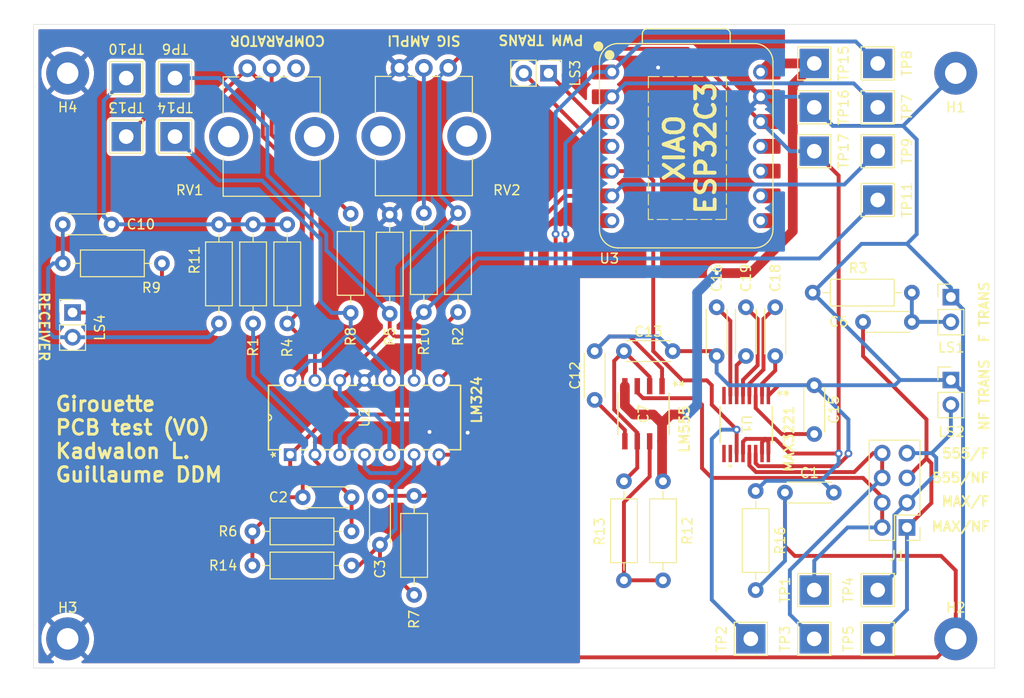
<source format=kicad_pcb>
(kicad_pcb (version 20241229) (generator "pcbnew") (generator_version "9.0")
  (layers (0 "F.Cu" signal) (2 "B.Cu" signal) (13 "F.Paste" user) (15 "B.Paste" user) (5 "F.SilkS" user "F.Silkscreen") (7 "B.SilkS" user "B.Silkscreen") (1 "F.Mask" user) (3 "B.Mask" user) (25 "Edge.Cuts" user))
  (net 0 "")
  (net 1 "MAX_PULSE")
  (net 2 "GND")
  (net 3 "PWM_MAX")
  (net 4 "+3.3V")
  (net 5 "+5V")
  (net 6 "555_PULSE")
  (net 7 "emit_f")
  (net 8 "Net-(C6-Pad1)")
  (net 9 "emit_nf")
  (net 10 "emit_pwm_1")
  (net 11 "emit_pwm_2")
  (net 12 "Net-(LS4-Pad1)")
  (net 13 "Net-(C10-Pad1)")
  (net 14 "aop_stage_2_out")
  (net 15 "aop_stage_1_out")
  (net 16 "trans_rcv")
  (net 17 "aop_offset")
  (net 18 "Net-(U2A--)")
  (net 19 "Net-(U2C--)")
  (net 20 "Net-(C7-CVOLT)")
  (net 21 "Net-(C7-THR)")
  (net 22 "Net-(C7-DIS)")
  (net 23 "Net-(U1-V+)")
  (net 24 "Net-(U1-V-)")
  (net 25 "Net-(U1-C1-)")
  (net 26 "Net-(U1-C1+)")
  (net 27 "Net-(U1-C2-)")
  (net 28 "Net-(U1-C2+)")
  (net 29 "Net-(U2D--)")
  (net 30 "Net-(R8-Pad1)")
  (net 31 "Net-(U2B--)")
  (net 32 "Net-(R10-Pad2)")
  (net 34 "comparator_out")
  (net 43 "Net-(U2C-+)")
  (footprint "Capacitor_THT:C_Disc_D4.3mm_W1.9mm_P5.00mm" (layer "F.Cu") (at 107 67.08)
    (property "Reference" "C10")
    (property "Value" "1nF")
  )
  (footprint "TestPoint:TestPoint_THTPad_3.0x3.0mm_Drill1.5mm" (layer "F.Cu") (at 177.5 109.58 90)
    (property "Reference" "TP2")
    (property "Value" "TestPoint_Probe")
  )
  (footprint "Resistor_THT:R_Axial_DIN0207_L6.3mm_D2.5mm_P10.16mm_Horizontal" (layer "F.Cu") (at 140.5 66.08 -90)
    (property "Reference" "R5")
    (property "Value" "100k")
  )
  (footprint "TestPoint:TestPoint_THTPad_3.0x3.0mm_Drill1.5mm" (layer "F.Cu") (at 118.5 58.08 180)
    (property "Reference" "TP14")
    (property "Value" "TestPoint_Probe")
  )
  (footprint "TestPoint:TestPoint_THTPad_3.0x3.0mm_Drill1.5mm" (layer "F.Cu") (at 118.5 52.08)
    (property "Reference" "TP6")
    (property "Value" "TestPoint_Probe")
  )
  (footprint "Capacitor_THT:C_Disc_D4.3mm_W1.9mm_P5.00mm" (layer "F.Cu") (at 161.5 80.08 -90)
    (property "Reference" "C12")
    (property "Value" "10nF")
  )
  (footprint "Resistor_THT:R_Axial_DIN0207_L6.3mm_D2.5mm_P10.16mm_Horizontal" (layer "F.Cu") (at 144 76.08 90)
    (property "Reference" "R10")
    (property "Value" "220k")
  )
  (footprint "Connector_PinHeader_2.54mm:PinHeader_1x02_P2.54mm_Vertical" (layer "F.Cu") (at 198 83.04)
    (property "Reference" "LS2")
    (property "Value" "Speaker_Ultrasound")
  )
  (footprint "TestPoint:TestPoint_THTPad_3.0x3.0mm_Drill1.5mm" (layer "F.Cu") (at 113.5 52.08 180)
    (property "Reference" "TP10")
    (property "Value" "TestPoint_Probe")
  )
  (footprint "Resistor_THT:R_Axial_DIN0207_L6.3mm_D2.5mm_P10.16mm_Horizontal" (layer "F.Cu") (at 136.5 66 -90)
    (property "Reference" "R8")
    (property "Value" "220k")
  )
  (footprint "Capacitor_THT:C_Disc_D4.3mm_W1.9mm_P5.00mm" (layer "F.Cu") (at 174 80.58 90)
    (property "Reference" "C16")
    (property "Value" "0.1uF")
  )
  (footprint "Seeduino:XIAO-ESP32C3-DIP" (layer "F.Cu") (at 171 59.08)
    (property "Reference" "U3")
    (property "Value" "XIAO-ESP32-C3-DIP")
  )
  (footprint "Capacitor_THT:C_Disc_D4.3mm_W1.9mm_P5.00mm" (layer "F.Cu") (at 177 75.58 -90)
    (property "Reference" "C19")
    (property "Value" "0.1uF")
  )
  (footprint "TestPoint:TestPoint_THTPad_3.0x3.0mm_Drill1.5mm" (layer "F.Cu") (at 184 50.58 90)
    (property "Reference" "TP15")
    (property "Value" "TestPoint_Probe")
  )
  (footprint "TestPoint:TestPoint_THTPad_3.0x3.0mm_Drill1.5mm" (layer "F.Cu") (at 190.5 50.58 -90)
    (property "Reference" "TP8")
    (property "Value" "TestPoint_Probe")
  )
  (footprint "Capacitor_THT:C_Disc_D4.3mm_W1.9mm_P5.00mm" (layer "F.Cu") (at 139.5 94.92 -90)
    (property "Reference" "C3")
    (property "Value" "1pF")
  )
  (footprint "Connector_PinHeader_2.54mm:PinHeader_1x02_P2.54mm_Vertical" (layer "F.Cu") (at 198 74.54)
    (property "Reference" "LS1")
    (property "Value" "Speaker_Ultrasound")
  )
  (footprint "MountingHole:MountingHole_2.2mm_M2_Pad_TopBottom" (layer "F.Cu") (at 198.5 109.58)
    (property "Reference" "H2")
    (property "Value" "MountingHole_Pad")
  )
  (footprint "TestPoint:TestPoint_THTPad_3.0x3.0mm_Drill1.5mm" (layer "F.Cu") (at 184 59.58 90)
    (property "Reference" "TP17")
    (property "Value" "TestPoint_Probe")
  )
  (footprint "TestPoint:TestPoint_THTPad_3.0x3.0mm_Drill1.5mm" (layer "F.Cu") (at 184 109.58 90)
    (property "Reference" "TP3")
    (property "Value" "TestPoint_Probe")
  )
  (footprint "Resistor_THT:R_Axial_DIN0207_L6.3mm_D2.5mm_P10.16mm_Horizontal" (layer "F.Cu") (at 194 74.08 180)
    (property "Reference" "R3")
    (property "Value" "4.7K")
  )
  (footprint "Capacitor_THT:C_Disc_D4.3mm_W1.9mm_P5.00mm" (layer "F.Cu") (at 131.589693 95.063738)
    (property "Reference" "C2")
    (property "Value" "1pF")
  )
  (footprint "Connector_PinHeader_2.54mm:PinHeader_1x02_P2.54mm_Vertical" (layer "F.Cu") (at 156.775 51.58 -90)
    (property "Reference" "LS3")
    (property "Value" "Speaker_Ultrasound")
  )
  (footprint "Capacitor_THT:C_Disc_D4.3mm_W1.9mm_P5.00mm" (layer "F.Cu") (at 180 75.58 -90)
    (property "Reference" "C18")
    (property "Value" "0.1uF")
  )
  (footprint "Connector_PinHeader_2.54mm:PinHeader_2x04_P2.54mm_Vertical" (layer "F.Cu") (at 193.5 98.16 180)
    (property "Reference" "J1")
    (property "Value" "Conn_02x04_Odd_Even")
  )
  (footprint "Connector_PinHeader_2.54mm:PinHeader_1x02_P2.54mm_Vertical" (layer "F.Cu") (at 108 76.12)
    (property "Reference" "LS4")
    (property "Value" "Speaker_Ultrasound")
  )
  (footprint "Capacitor_THT:C_Disc_D4.3mm_W1.9mm_P5.00mm" (layer "F.Cu") (at 184 83.58 -90)
    (property "Reference" "C15")
    (property "Value" "0.1uF")
  )
  (footprint "Resistor_THT:R_Axial_DIN0207_L6.3mm_D2.5mm_P10.16mm_Horizontal" (layer "F.Cu") (at 168.5 93.42 -90)
    (property "Reference" "R12")
    (property "Value" "1K")
  )
  (footprint "TestPoint:TestPoint_THTPad_3.0x3.0mm_Drill1.5mm" (layer "F.Cu") (at 113.5 58.08 180)
    (property "Reference" "TP13")
    (property "Value" "TestPoint_Probe")
  )
  (footprint "Resistor_THT:R_Axial_DIN0207_L6.3mm_D2.5mm_P10.16mm_Horizontal" (layer "F.Cu") (at 126.429693 102.063738)
    (property "Reference" "R14")
    (property "Value" "220k")
  )
  (footprint "TestPoint:TestPoint_THTPad_3.0x3.0mm_Drill1.5mm" (layer "F.Cu") (at 190.5 104.58 90)
    (property "Reference" "TP4")
    (property "Value" "TestPoint_Probe")
  )
  (footprint "TestPoint:TestPoint_THTPad_3.0x3.0mm_Drill1.5mm" (layer "F.Cu") (at 190.5 55.08 -90)
    (property "Reference" "TP7")
    (property "Value" "TestPoint_Probe")
  )
  (footprint "Resistor_THT:R_Axial_DIN0207_L6.3mm_D2.5mm_P10.16mm_Horizontal" (layer "F.Cu") (at 130 67.08 -90)
    (property "Reference" "R4")
    (property "Value" "220k")
  )
  (footprint "Resistor_THT:R_Axial_DIN0207_L6.3mm_D2.5mm_P10.16mm_Horizontal" (layer "F.Cu") (at 123 67.08 -90)
    (property "Reference" "R11")
    (property "Value" "0")
  )
  (footprint "Capacitor_THT:C_Disc_D4.3mm_W1.9mm_P5.00mm" (layer "F.Cu") (at 194 77.08 180)
    (property "Reference" "C6")
    (property "Value" "1.7nF")
  )
  (footprint "MAX3221EIPWR:PW16-M" (layer "F.Cu") (at 177.025001 87.6082 -90)
    (property "Reference" "U1")
    (property "Value" "MAX3221EIPWR")
  )
  (footprint "TestPoint:TestPoint_THTPad_3.0x3.0mm_Drill1.5mm" (layer "F.Cu") (at 184 104.58 90)
    (property "Reference" "TP1")
    (property "Value" "TestPoint_Probe")
  )
  (footprint "TestPoint:TestPoint_THTPad_3.0x3.0mm_Drill1.5mm" (layer "F.Cu") (at 190.5 59.58 90)
    (property "Reference" "TP9")
    (property "Value" "TestPoint_Probe")
  )
  (footprint "MountingHole:MountingHole_2.2mm_M2_Pad_TopBottom" (layer "F.Cu") (at 107.5 109.58)
    (property "Reference" "H3")
    (property "Value" "MountingHole_Pad")
  )
  (footprint "LM555CMX-NOPB:M08A-M" (layer "F.Cu") (at 166.5 86.5 -90)
    (property "Reference" "C7")
    (property "Value" "LM555CMX/NOPB")
  )
  (footprint "Resistor_THT:R_Axial_DIN0207_L6.3mm_D2.5mm_P10.16mm_Horizontal" (layer "F.Cu") (at 178 94.42 -90)
    (property "Reference" "R16")
    (property "Value" "100K")
  )
  (footprint "MountingHole:MountingHole_2.2mm_M2_Pad_TopBottom" (layer "F.Cu") (at 198.5 51.58)
    (property "Reference" "H1")
    (property "Value" "MountingHole_Pad")
  )
  (footprint "Capacitor_THT:C_Disc_D4.3mm_W1.9mm_P5.00mm" (layer "F.Cu") (at 181 94.58)
    (property "Reference" "C1")
    (property "Value" "0.1uF")
  )
  (footprint "Potentiometer_THT:Potentiometer_Bourns_PTV09A-1_Single_Vertical" (layer "F.Cu") (at 125.9 51.08 -90)
    (property "Reference" "RV1")
    (property "Value" "R_Potentiometer")
  )
  (footprint "TestPoint:TestPoint_THTPad_3.0x3.0mm_Drill1.5mm" (layer "F.Cu") (at 184 55.08 90)
    (property "Reference" "TP16")
    (property "Value" "TestPoint_Probe")
  )
  (footprint "MountingHole:MountingHole_2.2mm_M2_Pad_TopBottom" (layer "F.Cu") (at 107.5 51.58)
    (property "Reference" "H4")
    (property "Value" "MountingHole_Pad")
  )
  (footprint "Resistor_THT:R_Axial_DIN0207_L6.3mm_D2.5mm_P10.16mm_Horizontal" (layer "F.Cu") (at 164.5 103.58 90)
    (property "Reference" "R13")
    (property "Value" "1.8M")
  )
  (footprint "Capacitor_THT:C_Disc_D4.3mm_W1.9mm_P5.00mm" (layer "F.Cu") (at 164.5 80.08)
    (property "Reference" "C13")
    (property "Value" "10nF")
  )
  (footprint "Resistor_THT:R_Axial_DIN0207_L6.3mm_D2.5mm_P10.16mm_Horizontal" (layer "F.Cu") (at 143 105.08 90)
    (property "Reference" "R7")
    (property "Value" "220k")
  )
  (footprint "Resistor_THT:R_Axial_DIN0207_L6.3mm_D2.5mm_P10.16mm_Horizontal" (layer "F.Cu") (at 136.589693 98.563738 180)
    (property "Reference" "R6")
    (property "Value" "220k")
  )
  (footprint "Resistor_THT:R_Axial_DIN0207_L6.3mm_D2.5mm_P10.16mm_Horizontal" (layer "F.Cu") (at 117.16 71.08 180)
    (property "Reference" "R9")
    (property "Value" "4.7K")
  )
  (footprint "LM324AN:N14" (layer "F.Cu") (at 145.54 83.08 90)
    (property "Reference" "U2")
    (property "Value" "LM324")
  )
  (footprint "TestPoint:TestPoint_THTPad_3.0x3.0mm_Drill1.5mm" (layer "F.Cu") (at 190.5 109.58 -90)
    (property "Reference" "TP5")
    (property "Value" "TestPoint_Probe")
  )
  (footprint "Resistor_THT:R_Axial_DIN0207_L6.3mm_D2.5mm_P10.16mm_Horizontal" (layer "F.Cu") (at 147.5 76.08 90)
    (property "Reference" "R2")
    (property "Value" "100k")
  )
  (footprint "TestPoint:TestPoint_THTPad_3.0x3.0mm_Drill1.5mm" (layer "F.Cu") (at 190.5 64.58 -90)
    (property "Reference" "TP11")
    (property "Value" "TestPoint_Probe")
  )
  (footprint "Resistor_THT:R_Axial_DIN0207_L6.3mm_D2.5mm_P10.16mm_Horizontal" (layer "F.Cu") (at 126.5 67.08 -90)
    (property "Reference" "R1")
    (property "Value" "220k")
  )
  (footprint "Potentiometer_THT:Potentiometer_Bourns_PTV09A-1_Single_Vertical" (layer "F.Cu") (at 141.5 51.03 -90)
    (property "Reference" "RV2")
    (property "Value" "R_Potentiometer")
  )
  (gr_rect (start 104 46.58) (end 202.5 112.58) (stroke (width 0.05)) (fill no) (layer "Edge.Cuts"))
  (gr_text "555/NF" (at 199 93.66 0) (layer "F.SilkS") (effects (font (size 1 1) (thickness 0.2) (bold yes)) (justify bottom)))
  (gr_text "LM324" (at 150 85.08 90) (layer "F.SilkS") (effects (font (size 1 1) (thickness 0.2) (bold yes)) (justify bottom)))
  (gr_text "PWM TRANS" (at 156 47.58 180) (layer "F.SilkS") (effects (font (size 1 1) (thickness 0.2) (bold yes)) (justify bottom)))
  (gr_text "MAX/NF" (at 199 98.66 0) (layer "F.SilkS") (effects (font (size 1 1) (thickness 0.2) (bold yes)) (justify bottom)))
  (gr_text "MAX3221" (at 182 89.08 90) (layer "F.SilkS") (effects (font (size 1 1) (thickness 0.2) (bold yes)) (justify bottom)))
  (gr_text "LM555" (at 171.291464 88.08 90) (layer "F.SilkS") (effects (font (size 1 1) (thickness 0.2) (bold yes)) (justify bottom)))
  (gr_text "NF TRANS" (at 202 84.58 90) (layer "F.SilkS") (effects (font (size 1 1) (thickness 0.2) (bold yes)) (justify bottom)))
  (gr_text "MAX/F" (at 199.5 96.08 0) (layer "F.SilkS") (effects (font (size 1 1) (thickness 0.2) (bold yes)) (justify bottom)))
  (gr_text "555/F" (at 199.5 91.16 0) (layer "F.SilkS") (effects (font (size 1 1) (thickness 0.2) (bold yes)) (justify bottom)))
  (gr_text "RECEIVER" (at 104.5 77.58 270) (layer "F.SilkS") (effects (font (size 1 1) (thickness 0.2) (bold yes)) (justify bottom)))
  (gr_text "F TRANS" (at 202 76.08 90) (layer "F.SilkS") (effects (font (size 1 1) (thickness 0.2) (bold yes)) (justify bottom)))
  (gr_text_box "Girouette\nPCB test (V0)\nKadwalon L.\nGuillaume DDM" (start 104.875 83.3984) (end 125.125 94.5) (margins 1.225 1.225 1.225 1.225) (layer "F.SilkS") (effects (font (size 1.5 1.5) (thickness 0.3) (bold yes)) (justify left top)) (border no) (stroke (width 0) (type dash_dot_dot)))
  (gr_text_box "XIAO ESP32C3" (start 167 51.9276) (end 175 66.58) (margins 1.55 1.55 1.55 1.55) (angle 90) (layer "F.SilkS") (effects (font (size 2 2) (thickness 0.4) (bold yes)) (justify top)) (border yes) (stroke (width 0.1) (type dash)))
  (gr_text_box "SIG AMPLI" (start 138.5 47.08) (end 149.5 49.58) (margins 0.75 0.75 0.75 0.75) (angle 180) (layer "F.SilkS") (effects (font (size 1 1) (thickness 0.2) (bold yes)) (justify top)) (border no))
  (gr_text_box "COMPARATOR" (start 124.25 47.08) (end 133.75 49.58) (margins 0.75 0.75 0.75 0.75) (angle 180) (layer "F.SilkS") (effects (font (size 1 1) (thickness 0.2) (bold yes)) (justify top)) (border no))
  (segment (start 178.0332 92.48) (end 177.349999 91.796799) (width 0.4) (layer "F.Cu") (net 1))
  (segment (start 190.96 90.54) (end 190.04 90.54) (width 0.4) (layer "F.Cu") (net 1))
  (segment (start 190.04 90.54) (end 188.1 92.48) (width 0.4) (layer "F.Cu") (net 1))
  (segment (start 190.96 93.08) (end 190.96 90.54) (width 0.4) (layer "F.Cu") (net 1))
  (segment (start 188.1 92.48) (end 178.0332 92.48) (width 0.4) (layer "F.Cu") (net 1))
  (segment (start 177.349999 91.796799) (end 177.349999 90.58) (width 0.4) (layer "F.Cu") (net 1))
  (segment (start 181.5 102.54) (end 190.96 93.08) (width 0.4) (layer "B.Cu") (net 1))
  (segment (start 181.5 107.08) (end 181.5 102.54) (width 0.4) (layer "B.Cu") (net 1))
  (segment (start 184 109.58) (end 181.5 107.08) (width 0.4) (layer "B.Cu") (net 1))
  (segment (start 197 101.08) (end 198.5 102.58) (width 0.4) (layer "F.Cu") (net 2))
  (segment (start 196.6 111.48) (end 109.4 111.48) (width 0.4) (layer "F.Cu") (net 2))
  (segment (start 168.405 81.886471) (end 168.405 83.67425) (width 0.4) (layer "F.Cu") (net 2))
  (segment (start 181 100.08) (end 182 101.08) (width 0.4) (layer "F.Cu") (net 2))
  (segment (start 144.05 48.48) (end 141.5 51.03) (width 0.4) (layer "F.Cu") (net 2))
  (segment (start 181 94.58) (end 181 100.08) (width 0.4) (layer "F.Cu") (net 2))
  (segment (start 169.5 80.08) (end 173.5 80.08) (width 0.4) (layer "F.Cu") (net 2))
  (segment (start 184 83.58) (end 180.3564 83.58) (width 0.4) (layer "F.Cu") (net 2))
  (segment (start 109.4 111.48) (end 107.5 109.58) (width 0.4) (layer "F.Cu") (net 2))
  (segment (start 163 78.58) (end 165.098529 78.58) (width 0.4) (layer "F.Cu") (net 2))
  (segment (start 198.5 109.58) (end 196.6 111.48) (width 0.4) (layer "F.Cu") (net 2))
  (segment (start 165.098529 78.58) (end 168.405 81.886471) (width 0.4) (layer "F.Cu") (net 2))
  (segment (start 161.5 80.08) (end 163 78.58) (width 0.4) (layer "F.Cu") (net 2))
  (segment (start 180.3564 83.58) (end 179.3 84.6364) (width 0.4) (layer "F.Cu") (net 2))
  (segment (start 178 91.58) (end 178.3 91.88) (width 0.4) (layer "F.Cu") (net 2))
  (segment (start 178.5 54) (end 172.98 48.48) (width 0.4) (layer "F.Cu") (net 2))
  (segment (start 186.331371 91.88) (end 187.500003 90.711368) (width 0.4) (layer "F.Cu") (net 2))
  (segment (start 187.500003 90.711368) (end 187.500003 90.58) (width 0.4) (layer "F.Cu") (net 2))
  (segment (start 173.5 80.08) (end 174 80.58) (width 0.4) (layer "F.Cu") (net 2))
  (segment (start 172.98 48.48) (end 144.05 48.48) (width 0.4) (layer "F.Cu") (net 2))
  (segment (start 198.5 102.58) (end 198.5 109.58) (width 0.4) (layer "F.Cu") (net 2))
  (segment (start 178.3 91.88) (end 186.331371 91.88) (width 0.4) (layer "F.Cu") (net 2))
  (segment (start 182 101.08) (end 197 101.08) (width 0.4) (layer "F.Cu") (net 2))
  (segment (start 178 90.58) (end 178 91.58) (width 0.4) (layer "F.Cu") (net 2))
  (via (at 148.487268 88.440258) (size 0.8) (drill 0.4) (layers "F.Cu" "B.Cu") (net 2))
  (via (at 187.500003 90.58) (size 0.8) (drill 0.4) (layers "F.Cu" "B.Cu") (net 2))
  (via (at 168 51) (size 0.8) (drill 0.4) (layers "F.Cu" "B.Cu") (net 2))
  (via (at 144.578703 88.365453) (size 0.8) (drill 0.4) (layers "F.Cu" "B.Cu") (net 2))
  (segment (start 175.272792 83.58) (end 174 82.307208) (width 0.4) (layer "B.Cu") (net 2))
  (segment (start 199.25 75.79) (end 198 74.54) (width 0.4) (layer "B.Cu") (net 2))
  (segment (start 192.8 83.04) (end 198 83.04) (width 0.4) (layer "B.Cu") (net 2))
  (segment (start 185.9 56.98) (end 184 55.08) (width 0.4) (layer "B.Cu") (net 2))
  (segment (start 193.5 69.08) (end 198 73.58) (width 0.4) (layer "B.Cu") (net 2))
  (segment (start 182.92 54) (end 184 55.08) (width 0.4) (layer "B.Cu") (net 2))
  (segment (start 199.25 84.29) (end 198 83.04) (width 0.4) (layer "B.Cu") (net 2))
  (segment (start 199.25 84.29) (end 199.25 75.79) (width 0.4) (layer "B.Cu") (net 2))
  (segment (start 199.25 108.83) (end 199.25 84.29) (width 0.4) (layer "B.Cu") (net 2))
  (segment (start 161.5 80.08) (end 163 78.58) (width 0.4) (layer "B.Cu") (net 2))
  (segment (start 181 94.58) (end 181 101.58) (width 0.4) (layer "B.Cu") (net 2))
  (segment (start 198.5 109.58) (end 199.25 108.83) (width 0.4) (layer "B.Cu") (net 2))
  (segment (start 193.5 69.08) (end 194.5 68.08) (width 0.4) (layer "B.Cu") (net 2))
  (segment (start 188.84 69.08) (end 193.5 69.08) (width 0.4) (layer "B.Cu") (net 2))
  (segment (start 194.5 68.08) (end 194.5 58.38) (width 0.4) (layer "B.Cu") (net 2))
  (segment (start 184 83.58) (end 175.272792 83.58) (width 0.4) (layer "B.Cu") (net 2))
  (segment (start 194.5 58.38) (end 193.1 56.98) (width 0.4) (layer "B.Cu") (net 2))
  (segment (start 168 78.58) (end 169.5 80.08) (width 0.4) (layer "B.Cu") (net 2))
  (segment (start 187.500003 90.58) (end 187.500003 87.080003) (width 0.4) (layer "B.Cu") (net 2))
  (segment (start 142.4 64.18) (end 140.5 66.08) (width 0.4) (layer "B.Cu") (net 2))
  (segment (start 187.500003 87.080003) (end 184 83.58) (width 0.4) (layer "B.Cu") (net 2))
  (segment (start 174 82.307208) (end 174 80.58) (width 0.4) (layer "B.Cu") (net 2))
  (segment (start 193.1 56.98) (end 185.9 56.98) (width 0.4) (layer "B.Cu") (net 2))
  (segment (start 192.26 83.58) (end 192.8 83.04) (width 0.4) (layer "B.Cu") (net 2))
  (segment (start 184 83.58) (end 192.26 83.58) (width 0.4) (layer "B.Cu") (net 2))
  (segment (start 142.4 51.93) (end 142.4 64.18) (width 0.4) (layer "B.Cu") (net 2))
  (segment (start 198 73.58) (end 198 74.54) (width 0.4) (layer "B.Cu") (net 2))
  (segment (start 183.84 74.08) (end 192.8 83.04) (width 0.4) (layer "B.Cu") (net 2))
  (segment (start 141.5 51.03) (end 142.4 51.93) (width 0.4) (layer "B.Cu") (net 2))
  (segment (start 183.84 74.08) (end 188.84 69.08) (width 0.4) (layer "B.Cu") (net 2))
  (segment (start 198.5 51.58) (end 193.1 56.98) (width 0.4) (layer "B.Cu") (net 2))
  (segment (start 178.5 54) (end 182.92 54) (width 0.4) (layer "B.Cu") (net 2))
  (segment (start 163 78.58) (end 168 78.58) (width 0.4) (layer "B.Cu") (net 2))
  (segment (start 181 101.58) (end 178 104.58) (width 0.4) (layer "B.Cu") (net 2))
  (segment (start 173.5 85.58) (end 173.5 83.58) (width 0.4) (layer "F.Cu") (net 3))
  (segment (start 170.5 83.08) (end 167.5 80.08) (width 0.4) (layer "F.Cu") (net 3))
  (segment (start 173 83.08) (end 170.5 83.08) (width 0.4) (layer "F.Cu") (net 3))
  (segment (start 176.050002 90.58) (end 176.050002 88.130002) (width 0.4) (layer "F.Cu") (net 3))
  (segment (start 167.5 62.58) (end 166.54 61.62) (width 0.4) (layer "F.Cu") (net 3))
  (segment (start 167.5 80.08) (end 167.5 62.58) (width 0.4) (layer "F.Cu") (net 3))
  (segment (start 166.54 61.62) (end 163.26 61.62) (width 0.4) (layer "F.Cu") (net 3))
  (segment (start 176.050002 88.130002) (end 173.5 85.58) (width 0.4) (layer "F.Cu") (net 3))
  (segment (start 173.5 83.58) (end 173 83.08) (width 0.4) (layer "F.Cu") (net 3))
  (via (at 176.050002 88.130002) (size 0.8) (drill 0.4) (layers "F.Cu" "B.Cu") (net 3))
  (segment (start 173.5 89.08) (end 174.449998 88.130002) (width 0.4) (layer "B.Cu") (net 3))
  (segment (start 173.5 105.58) (end 173.5 89.08) (width 0.4) (layer "B.Cu") (net 3))
  (segment (start 177.5 109.58) (end 173.5 105.58) (width 0.4) (layer "B.Cu") (net 3))
  (segment (start 174.449998 88.130002) (end 176.050002 88.130002) (width 0.4) (layer "B.Cu") (net 3))
  (segment (start 178.649999 89.430001) (end 179 89.08) (width 0.4) (layer "F.Cu") (net 4))
  (segment (start 179.3 89.38) (end 179.3 90.58) (width 0.4) (layer "F.Cu") (net 4))
  (segment (start 179 89.08) (end 179.3 89.38) (width 0.4) (layer "F.Cu") (net 4))
  (segment (start 176.7 89.363199) (end 176.7 90.58) (width 0.4) (layer "F.Cu") (net 4))
  (segment (start 178.5 56.54) (end 171.04 49.08) (width 0.4) (layer "F.Cu") (net 4))
  (segment (start 186.5 90.58) (end 181.5 90.58) (width 0.4) (layer "F.Cu") (net 4))
  (segment (start 186.5 90.58) (end 186.5 62.08) (width 0.4) (layer "F.Cu") (net 4))
  (segment (start 180 89.08) (end 179 89.08) (width 0.4) (layer "F.Cu") (net 4))
  (segment (start 179 89.08) (end 176.983199 89.08) (width 0.4) (layer "F.Cu") (net 4))
  (segment (start 176.983199 89.08) (end 176.7 89.363199) (width 0.4) (layer "F.Cu") (net 4))
  (segment (start 181.5 90.58) (end 180 89.08) (width 0.4) (layer "F.Cu") (net 4))
  (segment (start 148.45 49.08) (end 146.5 51.03) (width 0.4) (layer "F.Cu") (net 4))
  (segment (start 186.5 62.08) (end 184 59.58) (width 0.4) (layer "F.Cu") (net 4))
  (segment (start 178.649999 90.58) (end 178.649999 89.430001) (width 0.4) (layer "F.Cu") (net 4))
  (segment (start 171.04 49.08) (end 148.45 49.08) (width 0.4) (layer "F.Cu") (net 4))
  (via (at 186.5 90.58) (size 0.8) (drill 0.4) (layers "F.Cu" "B.Cu") (net 4))
  (segment (start 184 59.58) (end 181.54 59.58) (width 0.4) (layer "B.Cu") (net 4))
  (segment (start 137.92 92) (end 138.5 92.58) (width 0.4) (layer "B.Cu") (net 4))
  (segment (start 184.8 93.38) (end 179.04 93.38) (width 0.4) (layer "B.Cu") (net 4))
  (segment (start 184.8 93.28) (end 184.8 93.38) (width 0.4) (layer "B.Cu") (net 4))
  (segment (start 138.5 92.58) (end 141.138528 92.58) (width 0.4) (layer "B.Cu") (net 4))
  (segment (start 186 94.58) (end 184.8 93.38) (width 0.4) (layer "B.Cu") (net 4))
  (segment (start 145.6 64.02) (end 147.5 65.92) (width 0.4) (layer "B.Cu") (net 4))
  (segment (start 186.5 90.58) (end 186.5 91.58) (width 0.4) (layer "B.Cu") (net 4))
  (segment (start 181.54 59.58) (end 178.5 56.54) (width 0.4) (layer "B.Cu") (net 4))
  (segment (start 137.92 90.7) (end 137.92 92) (width 0.4) (layer "B.Cu") (net 4))
  (segment (start 179.04 93.38) (end 178 94.42) (width 0.4) (layer "B.Cu") (net 4))
  (segment (start 141.138528 92.58) (end 141.76 91.958528) (width 0.4) (layer "B.Cu") (net 4))
  (segment (start 186.5 91.58) (end 184.8 93.28) (width 0.4) (layer "B.Cu") (net 4))
  (segment (start 141.76 91.958528) (end 141.76 71.66) (width 0.4) (layer "B.Cu") (net 4))
  (segment (start 145.6 51.93) (end 145.6 64.02) (width 0.4) (layer "B.Cu") (net 4))
  (segment (start 141.76 71.66) (end 147.5 65.92) (width 0.4) (layer "B.Cu") (net 4))
  (segment (start 146.5 51.03) (end 145.6 51.93) (width 0.4) (layer "B.Cu") (net 4))
  (segment (start 168.5 93.42) (end 168.405 93.325) (width 1) (layer "F.Cu") (net 5))
  (segment (start 168.405 89.32575) (end 168.405 87.485) (width 1) (layer "F.Cu") (net 5))
  (segment (start 168.405 87.485) (end 167.5 86.58) (width 1) (layer "F.Cu") (net 5))
  (segment (start 168.405 93.325) (end 168.405 89.32575) (width 1) (layer "F.Cu") (net 5))
  (segment (start 171 86.58) (end 169.31 86.58) (width 1) (layer "F.Cu") (net 5))
  (segment (start 174 72.08) (end 177.5 72.08) (width 1) (layer "F.Cu") (net 5))
  (segment (start 165.5 86.58) (end 164.595 85.675) (width 1) (layer "F.Cu") (net 5))
  (segment (start 167.5 86.58) (end 165.5 86.58) (width 1) (layer "F.Cu") (net 5))
  (segment (start 184 50.58) (end 179.38 50.58) (width 1) (layer "F.Cu") (net 5))
  (segment (start 169.31 86.58) (end 168.405 87.485) (width 1) (layer "F.Cu") (net 5))
  (segment (start 177.5 72.08) (end 181.8 67.78) (width 1) (layer "F.Cu") (net 5))
  (segment (start 164.595 85.675) (end 164.595 83.67425) (width 1) (layer "F.Cu") (net 5))
  (segment (start 181.8 67.78) (end 181.8 52.78) (width 1) (layer "F.Cu") (net 5))
  (segment (start 181.8 52.78) (end 184 50.58) (width 1) (layer "F.Cu") (net 5))
  (segment (start 179.38 50.58) (end 178.5 51.46) (width 1) (layer "F.Cu") (net 5))
  (via (at 171 86.58) (size 0.8) (drill 0.4) (layers "F.Cu" "B.Cu") (net 5))
  (via (at 174 72.08) (size 0.8) (drill 0.4) (layers "F.Cu" "B.Cu") (net 5))
  (segment (start 172 74.08) (end 172 85.58) (width 1) (layer "B.Cu") (net 5))
  (segment (start 174 72.08) (end 172 74.08) (width 1) (layer "B.Cu") (net 5))
  (segment (start 172 85.58) (end 171 86.58) (width 1) (layer "B.Cu") (net 5))
  (segment (start 189 93.08) (end 173.5 93.08) (width 0.4) (layer "F.Cu") (net 6))
  (segment (start 172.5 85.58) (end 171.8261 84.9061) (width 0.4) (layer "F.Cu") (net 6))
  (segment (start 190.96 95.04) (end 189 93.08) (width 0.4) (layer "F.Cu") (net 6))
  (segment (start 172.5 92.08) (end 172.5 85.58) (width 0.4) (layer "F.Cu") (net 6))
  (segment (start 171.8261 84.9061) (end 166.4556 84.9061) (width 0.4) (layer "F.Cu") (net 6))
  (segment (start 190.96 95.62) (end 190.96 95.04) (width 0.4) (layer "F.Cu") (net 6))
  (segment (start 173.5 93.08) (end 172.5 92.08) (width 0.4) (layer "F.Cu") (net 6))
  (segment (start 190.96 95.62) (end 190.96 98.16) (width 0.4) (layer "F.Cu") (net 6))
  (segment (start 166.4556 84.9061) (end 165.865 84.3155) (width 0.4) (layer "F.Cu") (net 6))
  (segment (start 165.865 84.3155) (end 165.865 83.67425) (width 0.4) (layer "F.Cu") (net 6))
  (segment (start 184 101.58) (end 187.42 98.16) (width 0.4) (layer "B.Cu") (net 6))
  (segment (start 184 104.58) (end 184 101.58) (width 0.4) (layer "B.Cu") (net 6))
  (segment (start 187.42 98.16) (end 190.96 98.16) (width 0.4) (layer "B.Cu") (net 6))
  (segment (start 189 77.08) (end 189 80.58) (width 0.4) (layer "F.Cu") (net 7))
  (segment (start 193.5 98.16) (end 196 95.66) (width 0.4) (layer "F.Cu") (net 7))
  (segment (start 196 95.66) (end 196 91.58) (width 0.4) (layer "F.Cu") (net 7))
  (segment (start 195.5 87.08) (end 195.5 91.08) (width 0.4) (layer "F.Cu") (net 7))
  (segment (start 196 91.58) (end 195.5 91.08) (width 0.4) (layer "F.Cu") (net 7))
  (segment (start 189 80.58) (end 195.5 87.08) (width 0.4) (layer "F.Cu") (net 7))
  (segment (start 195.5 91.08) (end 193.5 93.08) (width 0.4) (layer "F.Cu") (net 7))
  (segment (start 190.5 109.58) (end 193.5 106.58) (width 0.4) (layer "B.Cu") (net 7))
  (segment (start 193.5 106.58) (end 193.5 98.16) (width 0.4) (layer "B.Cu") (net 7))
  (segment (start 198 77.08) (end 194 77.08) (width 0.4) (layer "B.Cu") (net 8))
  (segment (start 194 77.08) (end 194 74.08) (width 0.4) (layer "B.Cu") (net 8))
  (segment (start 196.5 92.62) (end 196.5 91) (width 0.4) (layer "B.Cu") (net 9))
  (segment (start 192.21 96.91) (end 193.5 95.62) (width 0.4) (layer "B.Cu") (net 9))
  (segment (start 192.21 102.87) (end 192.21 96.91) (width 0.4) (layer "B.Cu") (net 9))
  (segment (start 198 85.58) (end 198 88.58) (width 0.4) (layer "B.Cu") (net 9))
  (segment (start 190.5 104.58) (end 192.21 102.87) (width 0.4) (layer "B.Cu") (net 9))
  (segment (start 198 88.58) (end 197 89.58) (width 0.4) (layer "B.Cu") (net 9))
  (segment (start 197 89.58) (end 196.04 90.54) (width 0.4) (layer "B.Cu") (net 9))
  (segment (start 196.04 90.54) (end 193.5 90.54) (width 0.4) (layer "B.Cu") (net 9))
  (segment (start 196.5 91) (end 196.04 90.54) (width 0.4) (layer "B.Cu") (net 9))
  (segment (start 193.5 95.62) (end 196.5 92.62) (width 0.4) (layer "B.Cu") (net 9))
  (segment (start 161.735 59.08) (end 163.26 59.08) (width 0.4) (layer "F.Cu") (net 10))
  (segment (start 154.235 51.58) (end 161.735 59.08) (width 0.4) (layer "F.Cu") (net 10))
  (segment (start 156.775 51.58) (end 161.735 56.54) (width 0.4) (layer "F.Cu") (net 11))
  (segment (start 161.735 56.54) (end 163.26 56.54) (width 0.4) (layer "F.Cu") (net 11))
  (segment (start 117.16 72.92) (end 113.96 76.12) (width 0.4) (layer "F.Cu") (net 12))
  (segment (start 113.96 76.12) (end 108 76.12) (width 0.4) (layer "F.Cu") (net 12))
  (segment (start 117.16 71.08) (end 117.16 72.92) (width 0.4) (layer "F.Cu") (net 12))
  (segment (start 105.5 78.08) (end 105.5 71.58) (width 0.4) (layer "B.Cu") (net 13))
  (segment (start 108 78.66) (end 106.08 78.66) (width 0.4) (layer "B.Cu") (net 13))
  (segment (start 106 71.08) (end 107 71.08) (width 0.4) (layer "B.Cu") (net 13))
  (segment (start 106.08 78.66) (end 105.5 78.08) (width 0.4) (layer "B.Cu") (net 13))
  (segment (start 108 78.66) (end 121.92 78.66) (width 0.4) (layer "B.Cu") (net 13))
  (segment (start 105.5 71.58) (end 106 71.08) (width 0.4) (layer "B.Cu") (net 13))
  (segment (start 123 77.58) (end 123 77.24) (width 0.4) (layer "B.Cu") (net 13))
  (segment (start 121.92 78.66) (end 123 77.58) (width 0.4) (layer "B.Cu") (net 13))
  (segment (start 107 67.08) (end 107 71.08) (width 0.4) (layer "B.Cu") (net 13))
  (segment (start 158.5 82.08) (end 158.5 68.08) (width 0.4) (layer "F.Cu") (net 14))
  (segment (start 143 94.92) (end 144.16 94.92) (width 0.4) (layer "F.Cu") (net 14))
  (segment (start 145.5 93.58) (end 145.5 90.84) (width 0.4) (layer "F.Cu") (net 14))
  (segment (start 149.88 90.7) (end 151.25 89.33) (width 0.4) (layer "F.Cu") (net 14))
  (segment (start 151.25 89.33) (end 158.5 82.08) (width 0.4) (layer "F.Cu") (net 14))
  (segment (start 145.54 90.7) (end 149.88 90.7) (width 0.4) (layer "F.Cu") (net 14))
  (segment (start 144.16 94.92) (end 145.5 93.58) (width 0.4) (layer "F.Cu") (net 14))
  (segment (start 143 94.92) (end 139.5 94.92) (width 0.4) (layer "F.Cu") (net 14))
  (via (at 158.5 68.08) (size 0.8) (drill 0.4) (layers "F.Cu" "B.Cu") (net 14))
  (segment (start 158.5 58.76) (end 163.26 54) (width 0.4) (layer "B.Cu") (net 14))
  (segment (start 158.5 68.08) (end 158.5 58.76) (width 0.4) (layer "B.Cu") (net 14))
  (segment (start 190.5 55.08) (end 188.042 52.622) (width 0.4) (layer "B.Cu") (net 14))
  (segment (start 164.638 52.622) (end 163.26 54) (width 0.4) (layer "B.Cu") (net 14))
  (segment (start 188.042 52.622) (end 164.638 52.622) (width 0.4) (layer "B.Cu") (net 14))
  (segment (start 157.5 81.58) (end 152.5 86.58) (width 0.4) (layer "F.Cu") (net 15))
  (segment (start 126.429693 102.063738) (end 126.429693 98.563738) (width 0.4) (layer "F.Cu") (net 15))
  (segment (start 131.589693 95.063738) (end 129.929693 95.063738) (width 0.4) (layer "F.Cu") (net 15))
  (segment (start 157.5 68.08) (end 157.5 81.58) (width 0.4) (layer "F.Cu") (net 15))
  (segment (start 130.3 90.7) (end 130.3 91.88) (width 0.4) (layer "F.Cu") (net 15))
  (segment (start 129.929693 95.063738) (end 126.429693 98.563738) (width 0.4) (layer "F.Cu") (net 15))
  (segment (start 152.5 86.58) (end 134.42 86.58) (width 0.4) (layer "F.Cu") (net 15))
  (segment (start 134.42 86.58) (end 130.3 90.7) (width 0.4) (layer "F.Cu") (net 15))
  (segment (start 131.589693 93.169693) (end 131.589693 95.063738) (width 0.4) (layer "F.Cu") (net 15))
  (segment (start 130.3 91.88) (end 131.589693 93.169693) (width 0.4) (layer "F.Cu") (net 15))
  (via (at 157.5 68.08) (size 0.8) (drill 0.4) (layers "F.Cu" "B.Cu") (net 15))
  (segment (start 166.39 48.33) (end 163.26 51.46) (width 0.4) (layer "B.Cu") (net 15))
  (segment (start 157.5 55.58) (end 161.62 51.46) (width 0.4) (layer "B.Cu") (net 15))
  (segment (start 190.5 50.58) (end 188.25 48.33) (width 0.4) (layer "B.Cu") (net 15))
  (segment (start 161.62 51.46) (end 163.26 51.46) (width 0.4) (layer "B.Cu") (net 15))
  (segment (start 188.25 48.33) (end 166.39 48.33) (width 0.4) (layer "B.Cu") (net 15))
  (segment (start 157.5 68.08) (end 157.5 55.58) (width 0.4) (layer "B.Cu") (net 15))
  (segment (start 111.200001 54.379999) (end 111.200001 66.280001) (width 0.4) (layer "B.Cu") (net 16))
  (segment (start 126.5 67.08) (end 123 67.08) (width 0.4) (layer "B.Cu") (net 16))
  (segment (start 112 67.08) (end 123 67.08) (width 0.4) (layer "B.Cu") (net 16))
  (segment (start 126.5 67.08) (end 130 67.08) (width 0.4) (layer "B.Cu") (net 16))
  (segment (start 113.5 52.08) (end 111.200001 54.379999) (width 0.4) (layer "B.Cu") (net 16))
  (segment (start 111.200001 66.280001) (end 112 67.08) (width 0.4) (layer "B.Cu") (net 16))
  (segment (start 140.5 76.24) (end 140.5 78.06) (width 0.4) (layer "F.Cu") (net 17))
  (segment (start 135.38 83.08) (end 135.48 83.08) (width 0.4) (layer "F.Cu") (net 17))
  (segment (start 140.49 78.07) (end 141 78.58) (width 0.4) (layer "F.Cu") (net 17))
  (segment (start 141 78.58) (end 145 78.58) (width 0.4) (layer "F.Cu") (net 17))
  (segment (start 135.48 83.08) (end 140.5 78.06) (width 0.4) (layer "F.Cu") (net 17))
  (segment (start 140.5 78.06) (end 140.49 78.07) (width 0.4) (layer "F.Cu") (net 17))
  (segment (start 145 78.58) (end 147.5 76.08) (width 0.4) (layer "F.Cu") (net 17))
  (segment (start 127.958972 62.038972) (end 134 68.08) (width 0.4) (layer "B.Cu") (net 17))
  (segment (start 139 86.58) (end 140.46 88.04) (width 0.4) (layer "B.Cu") (net 17))
  (segment (start 135.38 84.46) (end 137.5 86.58) (width 0.4) (layer "B.Cu") (net 17))
  (segment (start 137.5 86.58) (end 135.38 88.7) (width 0.4) (layer "B.Cu") (net 17))
  (segment (start 140.46 88.04) (end 140.46 90.7) (width 0.4) (layer "B.Cu") (net 17))
  (segment (start 118.5 52.08) (end 123 52.08) (width 0.4) (layer "B.Cu") (net 17))
  (segment (start 137.5 86.58) (end 139 86.58) (width 0.4) (layer "B.Cu") (net 17))
  (segment (start 135.38 88.7) (end 135.38 90.7) (width 0.4) (layer "B.Cu") (net 17))
  (segment (start 123 52.08) (end 127.958972 57.038972) (width 0.4) (layer "B.Cu") (net 17))
  (segment (start 134 69.74) (end 140.5 76.24) (width 0.4) (layer "B.Cu") (net 17))
  (segment (start 135.38 83.08) (end 135.38 84.46) (width 0.4) (layer "B.Cu") (net 17))
  (segment (start 127.958972 57.038972) (end 127.958972 62.038972) (width 0.4) (layer "B.Cu") (net 17))
  (segment (start 134 68.08) (end 134 69.74) (width 0.4) (layer "B.Cu") (net 17))
  (segment (start 132.84 90.7) (end 132.84 91.314045) (width 0.4) (layer "F.Cu") (net 18))
  (segment (start 132.84 91.314045) (end 136.589693 95.063738) (width 0.4) (layer "F.Cu") (net 18))
  (segment (start 136.589693 95.063738) (end 136.589693 98.563738) (width 0.4) (layer "F.Cu") (net 18))
  (segment (start 132.84 88.92) (end 132.84 90.7) (width 0.4) (layer "B.Cu") (net 18))
  (segment (start 126.5 82.58) (end 132.84 88.92) (width 0.4) (layer "B.Cu") (net 18))
  (segment (start 126.5 77.24) (end 126.5 82.58) (width 0.4) (layer "B.Cu") (net 18))
  (segment (start 190.5 64.58) (end 184.5 70.58) (width 0.4) (layer "B.Cu") (net 19))
  (segment (start 184.5 70.58) (end 149.5 70.58) (width 0.4) (layer "B.Cu") (net 19))
  (segment (start 149.5 70.58) (end 144 76.08) (width 0.4) (layer "B.Cu") (net 19))
  (segment (start 143 77.08) (end 143 83.08) (width 0.4) (layer "B.Cu") (net 19))
  (segment (start 144 76.08) (end 143 77.08) (width 0.4) (layer "B.Cu") (net 19))
  (segment (start 161.5 85.08) (end 164.595 88.175) (width 0.4) (layer "F.Cu") (net 20))
  (segment (start 164.595 88.175) (end 164.595 89.32575) (width 0.4) (layer "F.Cu") (net 20))
  (segment (start 165.865 92.055) (end 165.865 89.32575) (width 0.4) (layer "F.Cu") (net 21))
  (segment (start 163.5 86.08) (end 163.5 81.08) (width 0.4) (layer "F.Cu") (net 21))
  (segment (start 164.5 80.08) (end 167.135 82.715) (width 0.4) (layer "F.Cu") (net 21))
  (segment (start 163.5 81.08) (end 164.5 80.08) (width 0.4) (layer "F.Cu") (net 21))
  (segment (start 167.135 82.715) (end 167.135 83.67425) (width 0.4) (layer "F.Cu") (net 21))
  (segment (start 165.865 89.32575) (end 165.865 88.445) (width 0.4) (layer "F.Cu") (net 21))
  (segment (start 165.865 88.445) (end 163.5 86.08) (width 0.4) (layer "F.Cu") (net 21))
  (segment (start 164.5 93.42) (end 165.865 92.055) (width 0.4) (layer "F.Cu") (net 21))
  (segment (start 164.5 95.58) (end 167.135 92.945) (width 0.4) (layer "F.Cu") (net 22))
  (segment (start 164.5 103.58) (end 164.5 95.58) (width 0.4) (layer "F.Cu") (net 22))
  (segment (start 167.135 92.945) (end 167.135 89.32575) (width 0.4) (layer "F.Cu") (net 22))
  (segment (start 168.5 103.58) (end 164.5 103.58) (width 0.4) (layer "F.Cu") (net 22))
  (segment (start 184 88.58) (end 180.6546 88.58) (width 0.4) (layer "F.Cu") (net 23))
  (segment (start 178 85.9254) (end 178 84.6364) (width 0.4) (layer "F.Cu") (net 23))
  (segment (start 180.6546 88.58) (end 178 85.9254) (width 0.4) (layer "F.Cu") (net 23))
  (segment (start 174 75.58) (end 175.400003 76.980003) (width 0.4) (layer "F.Cu") (net 24))
  (segment (start 175.400003 76.980003) (end 175.400003 84.6364) (width 0.4) (layer "F.Cu") (net 24))
  (segment (start 178.8 81.9696) (end 177.350002 83.419598) (width 0.4) (layer "F.Cu") (net 25))
  (segment (start 180 75.58) (end 178.8 76.78) (width 0.4) (layer "F.Cu") (net 25))
  (segment (start 178.8 76.78) (end 178.8 81.9696) (width 0.4) (layer "F.Cu") (net 25))
  (segment (start 177.350002 83.419598) (end 177.350002 84.6364) (width 0.4) (layer "F.Cu") (net 25))
  (segment (start 178.650002 83.419598) (end 178.650002 84.6364) (width 0.4) (layer "F.Cu") (net 26))
  (segment (start 180 82.0696) (end 178.650002 83.419598) (width 0.4) (layer "F.Cu") (net 26))
  (segment (start 180 80.58) (end 180 82.0696) (width 0.4) (layer "F.Cu") (net 26))
  (segment (start 176.050002 81.529998) (end 176.050002 84.6364) (width 0.4) (layer "F.Cu") (net 27))
  (segment (start 177 80.58) (end 176.050002 81.529998) (width 0.4) (layer "F.Cu") (net 27))
  (segment (start 178.2 76.78) (end 178.2 81.531472) (width 0.4) (layer "F.Cu") (net 28))
  (segment (start 176.700003 83.031469) (end 176.700003 84.6364) (width 0.4) (layer "F.Cu") (net 28))
  (segment (start 177 75.58) (end 178.2 76.78) (width 0.4) (layer "F.Cu") (net 28))
  (segment (start 178.2 81.531472) (end 176.700003 83.031469) (width 0.4) (layer "F.Cu") (net 28))
  (segment (start 130 77.24) (end 132.84 80.08) (width 0.4) (layer "F.Cu") (net 29))
  (segment (start 130 77.12) (end 130 77.66) (width 0.4) (layer "F.Cu") (net 29))
  (segment (start 132.84 80.08) (end 132.84 83.08) (width 0.4) (layer "F.Cu") (net 29))
  (segment (start 127.5 58.08) (end 127.5 52.68) (width 0.4) (layer "F.Cu") (net 29))
  (segment (start 116.6 54.98) (end 122 54.98) (width 0.4) (layer "F.Cu") (net 29))
  (segment (start 130 77.24) (end 132.5 74.74) (width 0.4) (layer "F.Cu") (net 29))
  (segment (start 127.5 52.68) (end 125.9 51.08) (width 0.4) (layer "F.Cu") (net 29))
  (segment (start 132.5 74.74) (end 132.5 63.08) (width 0.4) (layer "F.Cu") (net 29))
  (segment (start 132.5 63.08) (end 127.5 58.08) (width 0.4) (layer "F.Cu") (net 29))
  (segment (start 122 54.98) (end 125.9 51.08) (width 0.4) (layer "F.Cu") (net 29))
  (segment (start 113.5 58.08) (end 116.6 54.98) (width 0.4) (layer "F.Cu") (net 29))
  (segment (start 128.4 57.9) (end 136.5 66) (width 0.4) (layer "F.Cu") (net 30))
  (segment (start 128.4 51.08) (end 128.4 57.9) (width 0.4) (layer "F.Cu") (net 30))
  (segment (start 139.5 99.92) (end 139.5 101.58) (width 0.4) (layer "F.Cu") (net 31))
  (segment (start 136.589693 102.063738) (end 137.356262 102.063738) (width 0.4) (layer "F.Cu") (net 31))
  (segment (start 137.356262 102.063738) (end 139.5 99.92) (width 0.4) (layer "F.Cu") (net 31))
  (segment (start 139.5 101.58) (end 143 105.08) (width 0.4) (layer "F.Cu") (net 31))
  (segment (start 141.09659 98.32341) (end 141.09659 93.98341) (width 0.4) (layer "B.Cu") (net 31))
  (segment (start 141.09659 93.98341) (end 143 92.08) (width 0.4) (layer "B.Cu") (net 31))
  (segment (start 143 92.08) (end 143 90.7) (width 0.4) (layer "B.Cu") (net 31))
  (segment (start 139.5 99.92) (end 141.09659 98.32341) (width 0.4) (layer "B.Cu") (net 31))
  (segment (start 144 51.03) (end 144 65.92) (width 0.4) (layer "B.Cu") (net 32))
  (segment (start 163.26 64.16) (end 158.42 64.16) (width 0.4) (layer "F.Cu") (net 34))
  (segment (start 158.42 64.16) (end 155 67.58) (width 0.4) (layer "F.Cu") (net 34))
  (segment (start 155 67.58) (end 155 73.62) (width 0.4) (layer "F.Cu") (net 34))
  (segment (start 155 73.62) (end 145.54 83.08) (width 0.4) (layer "F.Cu") (net 34))
  (segment (start 164.422 62.998) (end 163.26 64.16) (width 0.4) (layer "B.Cu") (net 34))
  (segment (start 187.082 62.998) (end 164.422 62.998) (width 0.4) (layer "B.Cu") (net 34))
  (segment (start 190.5 59.58) (end 187.082 62.998) (width 0.4) (layer "B.Cu") (net 34))
  (segment (start 136.5 78.08) (end 133.5 81.08) (width 0.4) (layer "B.Cu") (net 43))
  (segment (start 134.58 76.16) (end 136.5 76.16) (width 0.4) (layer "B.Cu") (net 43))
  (segment (start 127.4 62.58) (end 133.4 68.58) (width 0.4) (layer "B.Cu") (net 43))
  (segment (start 132.3 81.08) (end 130.3 83.08) (width 0.4) (layer "B.Cu") (net 43))
  (segment (start 118.5 58.08) (end 123 62.58) (width 0.4) (layer "B.Cu") (net 43))
  (segment (start 133.5 81.08) (end 132.3 81.08) (width 0.4) (layer "B.Cu") (net 43))
  (segment (start 133.4 74.98) (end 134.58 76.16) (width 0.4) (layer "B.Cu") (net 43))
  (segment (start 133.4 68.58) (end 133.4 74.98) (width 0.4) (layer "B.Cu") (net 43))
  (segment (start 123 62.58) (end 127.4 62.58) (width 0.4) (layer "B.Cu") (net 43))
  (segment (start 136.5 76.16) (end 136.5 78.08) (width 0.4) (layer "B.Cu") (net 43))
  (segment (start 140.46 82.04) (end 140.46 83.08) (width 0.4) (layer "B.Cu") (net 43))
  (segment (start 136.5 78.08) (end 140.46 82.04) (width 0.4) (layer "B.Cu") (net 43))
  (zone (net 2) (net_name "GND") (layers "F.Cu" "B.Cu") (connect_pads (clearance 0.5)) (min_thickness 0.25) (fill yes (thermal_gap 0.5) (thermal_bridge_width 0.5))
    (polygon (pts (xy 104 81) (xy 104 46.58) (xy 181 46.58) (xy 181 72.58) (xy 160 72.58) (xy 160 112.5) (xy 104 112.5)))
  )
)
</source>
